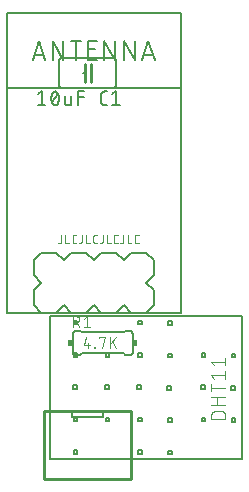
<source format=gbr>
G04 EAGLE Gerber RS-274X export*
G75*
%MOMM*%
%FSLAX34Y34*%
%LPD*%
%INSilkscreen Top*%
%IPPOS*%
%AMOC8*
5,1,8,0,0,1.08239X$1,22.5*%
G01*
%ADD10C,0.076200*%
%ADD11C,0.152400*%
%ADD12R,0.381000X0.508000*%
%ADD13C,0.101600*%
%ADD14C,0.127000*%
%ADD15C,0.254000*%
%ADD16C,0.200000*%


D10*
X66336Y193167D02*
X66336Y187438D01*
X66334Y187360D01*
X66329Y187282D01*
X66319Y187205D01*
X66306Y187128D01*
X66290Y187052D01*
X66270Y186977D01*
X66246Y186903D01*
X66219Y186830D01*
X66188Y186758D01*
X66154Y186688D01*
X66117Y186620D01*
X66076Y186553D01*
X66032Y186488D01*
X65986Y186426D01*
X65936Y186366D01*
X65884Y186308D01*
X65829Y186253D01*
X65771Y186201D01*
X65711Y186151D01*
X65649Y186105D01*
X65584Y186061D01*
X65518Y186020D01*
X65449Y185983D01*
X65379Y185949D01*
X65307Y185918D01*
X65234Y185891D01*
X65160Y185867D01*
X65085Y185847D01*
X65009Y185831D01*
X64932Y185818D01*
X64855Y185808D01*
X64777Y185803D01*
X64699Y185801D01*
X63881Y185801D01*
X70030Y185801D02*
X70030Y193167D01*
X70030Y185801D02*
X73304Y185801D01*
X77724Y185801D02*
X79361Y185801D01*
X77724Y185801D02*
X77646Y185803D01*
X77568Y185808D01*
X77491Y185818D01*
X77414Y185831D01*
X77338Y185847D01*
X77263Y185867D01*
X77189Y185891D01*
X77116Y185918D01*
X77044Y185949D01*
X76974Y185983D01*
X76906Y186020D01*
X76839Y186061D01*
X76774Y186105D01*
X76712Y186151D01*
X76652Y186201D01*
X76594Y186253D01*
X76539Y186308D01*
X76487Y186366D01*
X76437Y186426D01*
X76391Y186488D01*
X76347Y186553D01*
X76306Y186620D01*
X76269Y186688D01*
X76235Y186758D01*
X76204Y186830D01*
X76177Y186903D01*
X76153Y186977D01*
X76133Y187052D01*
X76117Y187128D01*
X76104Y187205D01*
X76094Y187282D01*
X76089Y187360D01*
X76087Y187438D01*
X76088Y187438D02*
X76088Y191530D01*
X76087Y191530D02*
X76089Y191610D01*
X76095Y191690D01*
X76105Y191770D01*
X76118Y191849D01*
X76136Y191928D01*
X76157Y192005D01*
X76183Y192081D01*
X76212Y192156D01*
X76244Y192230D01*
X76280Y192302D01*
X76320Y192372D01*
X76363Y192439D01*
X76409Y192505D01*
X76459Y192568D01*
X76511Y192629D01*
X76566Y192688D01*
X76625Y192743D01*
X76685Y192795D01*
X76749Y192845D01*
X76815Y192891D01*
X76882Y192934D01*
X76952Y192974D01*
X77024Y193010D01*
X77098Y193042D01*
X77172Y193071D01*
X77249Y193097D01*
X77326Y193118D01*
X77405Y193136D01*
X77484Y193149D01*
X77564Y193159D01*
X77644Y193165D01*
X77724Y193167D01*
X79361Y193167D01*
X83893Y193167D02*
X83893Y187438D01*
X83891Y187360D01*
X83886Y187282D01*
X83876Y187205D01*
X83863Y187128D01*
X83847Y187052D01*
X83827Y186977D01*
X83803Y186903D01*
X83776Y186830D01*
X83745Y186758D01*
X83711Y186688D01*
X83674Y186620D01*
X83633Y186553D01*
X83589Y186488D01*
X83543Y186426D01*
X83493Y186366D01*
X83441Y186308D01*
X83386Y186253D01*
X83328Y186201D01*
X83268Y186151D01*
X83206Y186105D01*
X83141Y186061D01*
X83075Y186020D01*
X83006Y185983D01*
X82936Y185949D01*
X82864Y185918D01*
X82791Y185891D01*
X82717Y185867D01*
X82642Y185847D01*
X82566Y185831D01*
X82489Y185818D01*
X82412Y185808D01*
X82334Y185803D01*
X82256Y185801D01*
X81437Y185801D01*
X87587Y185801D02*
X87587Y193167D01*
X87587Y185801D02*
X90860Y185801D01*
X95281Y185801D02*
X96918Y185801D01*
X95281Y185801D02*
X95203Y185803D01*
X95125Y185808D01*
X95048Y185818D01*
X94971Y185831D01*
X94895Y185847D01*
X94820Y185867D01*
X94746Y185891D01*
X94673Y185918D01*
X94601Y185949D01*
X94531Y185983D01*
X94463Y186020D01*
X94396Y186061D01*
X94331Y186105D01*
X94269Y186151D01*
X94209Y186201D01*
X94151Y186253D01*
X94096Y186308D01*
X94044Y186366D01*
X93994Y186426D01*
X93948Y186488D01*
X93904Y186553D01*
X93863Y186620D01*
X93826Y186688D01*
X93792Y186758D01*
X93761Y186830D01*
X93734Y186903D01*
X93710Y186977D01*
X93690Y187052D01*
X93674Y187128D01*
X93661Y187205D01*
X93651Y187282D01*
X93646Y187360D01*
X93644Y187438D01*
X93644Y191530D01*
X93646Y191610D01*
X93652Y191690D01*
X93662Y191770D01*
X93675Y191849D01*
X93693Y191928D01*
X93714Y192005D01*
X93740Y192081D01*
X93769Y192156D01*
X93801Y192230D01*
X93837Y192302D01*
X93877Y192372D01*
X93920Y192439D01*
X93966Y192505D01*
X94016Y192568D01*
X94068Y192629D01*
X94123Y192688D01*
X94182Y192743D01*
X94242Y192795D01*
X94306Y192845D01*
X94372Y192891D01*
X94439Y192934D01*
X94509Y192974D01*
X94581Y193010D01*
X94655Y193042D01*
X94729Y193071D01*
X94806Y193097D01*
X94883Y193118D01*
X94962Y193136D01*
X95041Y193149D01*
X95121Y193159D01*
X95201Y193165D01*
X95281Y193167D01*
X96918Y193167D01*
X101449Y193167D02*
X101449Y187438D01*
X101447Y187360D01*
X101442Y187282D01*
X101432Y187205D01*
X101419Y187128D01*
X101403Y187052D01*
X101383Y186977D01*
X101359Y186903D01*
X101332Y186830D01*
X101301Y186758D01*
X101267Y186688D01*
X101230Y186620D01*
X101189Y186553D01*
X101145Y186488D01*
X101099Y186426D01*
X101049Y186366D01*
X100997Y186308D01*
X100942Y186253D01*
X100884Y186201D01*
X100824Y186151D01*
X100762Y186105D01*
X100697Y186061D01*
X100631Y186020D01*
X100562Y185983D01*
X100492Y185949D01*
X100420Y185918D01*
X100347Y185891D01*
X100273Y185867D01*
X100198Y185847D01*
X100122Y185831D01*
X100045Y185818D01*
X99968Y185808D01*
X99890Y185803D01*
X99812Y185801D01*
X98994Y185801D01*
X105143Y185801D02*
X105143Y193167D01*
X105143Y185801D02*
X108417Y185801D01*
X112837Y185801D02*
X114474Y185801D01*
X112837Y185801D02*
X112759Y185803D01*
X112681Y185808D01*
X112604Y185818D01*
X112527Y185831D01*
X112451Y185847D01*
X112376Y185867D01*
X112302Y185891D01*
X112229Y185918D01*
X112157Y185949D01*
X112087Y185983D01*
X112019Y186020D01*
X111952Y186061D01*
X111887Y186105D01*
X111825Y186151D01*
X111765Y186201D01*
X111707Y186253D01*
X111652Y186308D01*
X111600Y186366D01*
X111550Y186426D01*
X111504Y186488D01*
X111460Y186553D01*
X111419Y186620D01*
X111382Y186688D01*
X111348Y186758D01*
X111317Y186830D01*
X111290Y186903D01*
X111266Y186977D01*
X111246Y187052D01*
X111230Y187128D01*
X111217Y187205D01*
X111207Y187282D01*
X111202Y187360D01*
X111200Y187438D01*
X111200Y191530D01*
X111202Y191610D01*
X111208Y191690D01*
X111218Y191770D01*
X111231Y191849D01*
X111249Y191928D01*
X111270Y192005D01*
X111296Y192081D01*
X111325Y192156D01*
X111357Y192230D01*
X111393Y192302D01*
X111433Y192372D01*
X111476Y192439D01*
X111522Y192505D01*
X111572Y192568D01*
X111624Y192629D01*
X111679Y192688D01*
X111738Y192743D01*
X111798Y192795D01*
X111862Y192845D01*
X111928Y192891D01*
X111995Y192934D01*
X112065Y192974D01*
X112137Y193010D01*
X112211Y193042D01*
X112285Y193071D01*
X112362Y193097D01*
X112439Y193118D01*
X112518Y193136D01*
X112597Y193149D01*
X112677Y193159D01*
X112757Y193165D01*
X112837Y193167D01*
X114474Y193167D01*
X119005Y193167D02*
X119005Y187438D01*
X119006Y187438D02*
X119004Y187360D01*
X118999Y187282D01*
X118989Y187205D01*
X118976Y187128D01*
X118960Y187052D01*
X118940Y186977D01*
X118916Y186903D01*
X118889Y186830D01*
X118858Y186758D01*
X118824Y186688D01*
X118787Y186620D01*
X118746Y186553D01*
X118702Y186488D01*
X118656Y186426D01*
X118606Y186366D01*
X118554Y186308D01*
X118499Y186253D01*
X118441Y186201D01*
X118381Y186151D01*
X118319Y186105D01*
X118254Y186061D01*
X118188Y186020D01*
X118119Y185983D01*
X118049Y185949D01*
X117977Y185918D01*
X117904Y185891D01*
X117830Y185867D01*
X117755Y185847D01*
X117679Y185831D01*
X117602Y185818D01*
X117525Y185808D01*
X117447Y185803D01*
X117369Y185801D01*
X116550Y185801D01*
X122699Y185801D02*
X122699Y193167D01*
X122699Y185801D02*
X125973Y185801D01*
X130394Y185801D02*
X132030Y185801D01*
X130394Y185801D02*
X130316Y185803D01*
X130238Y185808D01*
X130161Y185818D01*
X130084Y185831D01*
X130008Y185847D01*
X129933Y185867D01*
X129859Y185891D01*
X129786Y185918D01*
X129714Y185949D01*
X129644Y185983D01*
X129576Y186020D01*
X129509Y186061D01*
X129444Y186105D01*
X129382Y186151D01*
X129322Y186201D01*
X129264Y186253D01*
X129209Y186308D01*
X129157Y186366D01*
X129107Y186426D01*
X129061Y186488D01*
X129017Y186553D01*
X128976Y186620D01*
X128939Y186688D01*
X128905Y186758D01*
X128874Y186830D01*
X128847Y186903D01*
X128823Y186977D01*
X128803Y187052D01*
X128787Y187128D01*
X128774Y187205D01*
X128764Y187282D01*
X128759Y187360D01*
X128757Y187438D01*
X128757Y191530D01*
X128759Y191610D01*
X128765Y191690D01*
X128775Y191770D01*
X128788Y191849D01*
X128806Y191928D01*
X128827Y192005D01*
X128853Y192081D01*
X128882Y192156D01*
X128914Y192230D01*
X128950Y192302D01*
X128990Y192372D01*
X129033Y192439D01*
X129079Y192505D01*
X129129Y192568D01*
X129181Y192629D01*
X129236Y192688D01*
X129295Y192743D01*
X129355Y192795D01*
X129419Y192845D01*
X129485Y192891D01*
X129552Y192934D01*
X129622Y192974D01*
X129694Y193010D01*
X129768Y193042D01*
X129842Y193071D01*
X129919Y193097D01*
X129996Y193118D01*
X130075Y193136D01*
X130154Y193149D01*
X130234Y193159D01*
X130314Y193165D01*
X130394Y193167D01*
X132030Y193167D01*
D11*
X78740Y111760D02*
X78640Y111758D01*
X78541Y111752D01*
X78441Y111742D01*
X78343Y111729D01*
X78244Y111711D01*
X78147Y111690D01*
X78051Y111665D01*
X77955Y111636D01*
X77861Y111603D01*
X77768Y111567D01*
X77677Y111527D01*
X77587Y111483D01*
X77499Y111436D01*
X77413Y111386D01*
X77329Y111332D01*
X77247Y111275D01*
X77168Y111215D01*
X77090Y111151D01*
X77016Y111085D01*
X76944Y111016D01*
X76875Y110944D01*
X76809Y110870D01*
X76745Y110792D01*
X76685Y110713D01*
X76628Y110631D01*
X76574Y110547D01*
X76524Y110461D01*
X76477Y110373D01*
X76433Y110283D01*
X76393Y110192D01*
X76357Y110099D01*
X76324Y110005D01*
X76295Y109909D01*
X76270Y109813D01*
X76249Y109716D01*
X76231Y109617D01*
X76218Y109519D01*
X76208Y109419D01*
X76202Y109320D01*
X76200Y109220D01*
X76200Y93980D02*
X76202Y93880D01*
X76208Y93781D01*
X76218Y93681D01*
X76231Y93583D01*
X76249Y93484D01*
X76270Y93387D01*
X76295Y93291D01*
X76324Y93195D01*
X76357Y93101D01*
X76393Y93008D01*
X76433Y92917D01*
X76477Y92827D01*
X76524Y92739D01*
X76574Y92653D01*
X76628Y92569D01*
X76685Y92487D01*
X76745Y92408D01*
X76809Y92330D01*
X76875Y92256D01*
X76944Y92184D01*
X77016Y92115D01*
X77090Y92049D01*
X77168Y91985D01*
X77247Y91925D01*
X77329Y91868D01*
X77413Y91814D01*
X77499Y91764D01*
X77587Y91717D01*
X77677Y91673D01*
X77768Y91633D01*
X77861Y91597D01*
X77955Y91564D01*
X78051Y91535D01*
X78147Y91510D01*
X78244Y91489D01*
X78343Y91471D01*
X78441Y91458D01*
X78541Y91448D01*
X78640Y91442D01*
X78740Y91440D01*
X124460Y91440D02*
X124560Y91442D01*
X124659Y91448D01*
X124759Y91458D01*
X124857Y91471D01*
X124956Y91489D01*
X125053Y91510D01*
X125149Y91535D01*
X125245Y91564D01*
X125339Y91597D01*
X125432Y91633D01*
X125523Y91673D01*
X125613Y91717D01*
X125701Y91764D01*
X125787Y91814D01*
X125871Y91868D01*
X125953Y91925D01*
X126032Y91985D01*
X126110Y92049D01*
X126184Y92115D01*
X126256Y92184D01*
X126325Y92256D01*
X126391Y92330D01*
X126455Y92408D01*
X126515Y92487D01*
X126572Y92569D01*
X126626Y92653D01*
X126676Y92739D01*
X126723Y92827D01*
X126767Y92917D01*
X126807Y93008D01*
X126843Y93101D01*
X126876Y93195D01*
X126905Y93291D01*
X126930Y93387D01*
X126951Y93484D01*
X126969Y93583D01*
X126982Y93681D01*
X126992Y93781D01*
X126998Y93880D01*
X127000Y93980D01*
X127000Y109220D02*
X126998Y109320D01*
X126992Y109419D01*
X126982Y109519D01*
X126969Y109617D01*
X126951Y109716D01*
X126930Y109813D01*
X126905Y109909D01*
X126876Y110005D01*
X126843Y110099D01*
X126807Y110192D01*
X126767Y110283D01*
X126723Y110373D01*
X126676Y110461D01*
X126626Y110547D01*
X126572Y110631D01*
X126515Y110713D01*
X126455Y110792D01*
X126391Y110870D01*
X126325Y110944D01*
X126256Y111016D01*
X126184Y111085D01*
X126110Y111151D01*
X126032Y111215D01*
X125953Y111275D01*
X125871Y111332D01*
X125787Y111386D01*
X125701Y111436D01*
X125613Y111483D01*
X125523Y111527D01*
X125432Y111567D01*
X125339Y111603D01*
X125245Y111636D01*
X125149Y111665D01*
X125053Y111690D01*
X124956Y111711D01*
X124857Y111729D01*
X124759Y111742D01*
X124659Y111752D01*
X124560Y111758D01*
X124460Y111760D01*
X76200Y109220D02*
X76200Y93980D01*
X78740Y111760D02*
X82550Y111760D01*
X83820Y110490D01*
X82550Y91440D02*
X78740Y91440D01*
X82550Y91440D02*
X83820Y92710D01*
X119380Y110490D02*
X120650Y111760D01*
X119380Y110490D02*
X83820Y110490D01*
X119380Y92710D02*
X120650Y91440D01*
X119380Y92710D02*
X83820Y92710D01*
X120650Y111760D02*
X124460Y111760D01*
X124460Y91440D02*
X120650Y91440D01*
X127000Y93980D02*
X127000Y109220D01*
D12*
X128905Y101600D03*
X74295Y101600D03*
D13*
X76708Y115062D02*
X76708Y123952D01*
X79177Y123952D01*
X79275Y123950D01*
X79373Y123944D01*
X79471Y123934D01*
X79568Y123921D01*
X79665Y123903D01*
X79761Y123882D01*
X79855Y123857D01*
X79949Y123828D01*
X80042Y123796D01*
X80133Y123759D01*
X80223Y123720D01*
X80311Y123676D01*
X80397Y123629D01*
X80482Y123579D01*
X80564Y123526D01*
X80644Y123469D01*
X80722Y123409D01*
X80797Y123346D01*
X80870Y123280D01*
X80940Y123211D01*
X81007Y123140D01*
X81072Y123066D01*
X81133Y122989D01*
X81192Y122910D01*
X81247Y122829D01*
X81299Y122746D01*
X81347Y122660D01*
X81392Y122573D01*
X81434Y122484D01*
X81472Y122394D01*
X81506Y122302D01*
X81537Y122209D01*
X81564Y122114D01*
X81587Y122019D01*
X81607Y121922D01*
X81622Y121826D01*
X81634Y121728D01*
X81642Y121630D01*
X81646Y121532D01*
X81646Y121434D01*
X81642Y121336D01*
X81634Y121238D01*
X81622Y121140D01*
X81607Y121044D01*
X81587Y120947D01*
X81564Y120852D01*
X81537Y120757D01*
X81506Y120664D01*
X81472Y120572D01*
X81434Y120482D01*
X81392Y120393D01*
X81347Y120306D01*
X81299Y120220D01*
X81247Y120137D01*
X81192Y120056D01*
X81133Y119977D01*
X81072Y119900D01*
X81007Y119826D01*
X80940Y119755D01*
X80870Y119686D01*
X80797Y119620D01*
X80722Y119557D01*
X80644Y119497D01*
X80564Y119440D01*
X80482Y119387D01*
X80397Y119337D01*
X80311Y119290D01*
X80223Y119246D01*
X80133Y119207D01*
X80042Y119170D01*
X79949Y119138D01*
X79855Y119109D01*
X79761Y119084D01*
X79665Y119063D01*
X79568Y119045D01*
X79471Y119032D01*
X79373Y119022D01*
X79275Y119016D01*
X79177Y119014D01*
X79177Y119013D02*
X76708Y119013D01*
X79671Y119013D02*
X81647Y115062D01*
X85558Y121976D02*
X88027Y123952D01*
X88027Y115062D01*
X85558Y115062D02*
X90497Y115062D01*
X87828Y106172D02*
X85852Y99258D01*
X90791Y99258D01*
X89309Y101233D02*
X89309Y97282D01*
X94315Y97282D02*
X94315Y97776D01*
X94809Y97776D01*
X94809Y97282D01*
X94315Y97282D01*
X98334Y105184D02*
X98334Y106172D01*
X103272Y106172D01*
X100803Y97282D01*
X107697Y97282D02*
X107697Y106172D01*
X112636Y106172D02*
X107697Y100739D01*
X109672Y102715D02*
X112636Y97282D01*
D14*
X20320Y127000D02*
X20320Y317500D01*
X20320Y381000D01*
X167640Y381000D01*
X167640Y317500D01*
X167640Y127000D01*
X138430Y127000D01*
X125730Y127000D01*
X113030Y127000D01*
X100330Y127000D01*
X87630Y127000D01*
X74930Y127000D01*
X62230Y127000D01*
X49530Y127000D01*
X20320Y127000D01*
X20320Y317500D02*
X167640Y317500D01*
D11*
X47607Y357378D02*
X42189Y341122D01*
X53026Y341122D02*
X47607Y357378D01*
X51671Y345186D02*
X43543Y345186D01*
X59244Y341122D02*
X59244Y357378D01*
X68275Y341122D01*
X68275Y357378D01*
X78870Y357378D02*
X78870Y341122D01*
X74354Y357378D02*
X83385Y357378D01*
X89494Y341122D02*
X96719Y341122D01*
X89494Y341122D02*
X89494Y357378D01*
X96719Y357378D01*
X94913Y350153D02*
X89494Y350153D01*
X103012Y357378D02*
X103012Y341122D01*
X112043Y341122D02*
X103012Y357378D01*
X112043Y357378D02*
X112043Y341122D01*
X119685Y341122D02*
X119685Y357378D01*
X128716Y341122D01*
X128716Y357378D01*
X140353Y357378D02*
X134934Y341122D01*
X145771Y341122D02*
X140353Y357378D01*
X144417Y345186D02*
X136289Y345186D01*
D14*
X43180Y133350D02*
X49530Y127000D01*
X43180Y133350D02*
X43180Y146050D01*
X49530Y152400D01*
X43180Y158750D01*
X43180Y171450D01*
X49530Y177800D01*
X62230Y177800D01*
X68580Y171450D01*
X74930Y177800D01*
X87630Y177800D01*
X93980Y171450D01*
X100330Y177800D01*
X113030Y177800D01*
X119380Y171450D01*
X125730Y177800D01*
X138430Y177800D01*
X144780Y171450D01*
X144780Y158750D01*
X138430Y152400D01*
X144780Y146050D01*
X144780Y133350D01*
X138430Y127000D01*
X125730Y127000D02*
X119380Y133350D01*
X113030Y127000D01*
X100330Y127000D02*
X93980Y133350D01*
X87630Y127000D01*
X74930Y127000D02*
X68580Y133350D01*
X62230Y127000D01*
X219964Y124460D02*
X219964Y3048D01*
X57404Y3048D01*
X57404Y124460D01*
X219964Y124460D01*
X159512Y65024D02*
X159512Y61976D01*
X156464Y61976D01*
X156464Y65024D01*
X159512Y65024D01*
X160020Y116840D02*
X160020Y119888D01*
X160020Y116840D02*
X156972Y116840D01*
X156972Y119888D01*
X160020Y119888D01*
X160020Y10160D02*
X160020Y7112D01*
X156972Y7112D01*
X156972Y10160D01*
X160020Y10160D01*
X160020Y89408D02*
X160020Y92456D01*
X160020Y89408D02*
X156972Y89408D01*
X156972Y92456D01*
X160020Y92456D01*
X160020Y37592D02*
X160020Y34544D01*
X156972Y34544D01*
X156972Y37592D01*
X160020Y37592D01*
X134112Y62484D02*
X134112Y65532D01*
X134112Y62484D02*
X131064Y62484D01*
X131064Y65532D01*
X134112Y65532D01*
X134620Y117348D02*
X134620Y120396D01*
X134620Y117348D02*
X131572Y117348D01*
X131572Y120396D01*
X134620Y120396D01*
X134620Y10668D02*
X134620Y7620D01*
X131572Y7620D01*
X131572Y10668D01*
X134620Y10668D01*
X134620Y89916D02*
X134620Y92964D01*
X134620Y89916D02*
X131572Y89916D01*
X131572Y92964D01*
X134620Y92964D01*
X134620Y38100D02*
X134620Y35052D01*
X131572Y35052D01*
X131572Y38100D01*
X134620Y38100D01*
X213360Y61976D02*
X213360Y65024D01*
X213360Y61976D02*
X210312Y61976D01*
X210312Y65024D01*
X213360Y65024D01*
X213868Y89408D02*
X213868Y92456D01*
X213868Y89408D02*
X210820Y89408D01*
X210820Y92456D01*
X213868Y92456D01*
X213868Y37592D02*
X213868Y34544D01*
X210820Y34544D01*
X210820Y37592D01*
X213868Y37592D01*
X187960Y62484D02*
X187960Y65532D01*
X187960Y62484D02*
X184912Y62484D01*
X184912Y65532D01*
X187960Y65532D01*
X188468Y89916D02*
X188468Y92964D01*
X188468Y89916D02*
X185420Y89916D01*
X185420Y92964D01*
X188468Y92964D01*
X188468Y38100D02*
X188468Y35052D01*
X185420Y35052D01*
X185420Y38100D01*
X188468Y38100D01*
X106680Y62484D02*
X106680Y65532D01*
X106680Y62484D02*
X103632Y62484D01*
X103632Y65532D01*
X106680Y65532D01*
X107188Y89916D02*
X107188Y92964D01*
X107188Y89916D02*
X104140Y89916D01*
X104140Y92964D01*
X107188Y92964D01*
X107188Y38100D02*
X107188Y35052D01*
X104140Y35052D01*
X104140Y38100D01*
X107188Y38100D01*
X79756Y62484D02*
X79756Y65532D01*
X79756Y62484D02*
X76708Y62484D01*
X76708Y65532D01*
X79756Y65532D01*
X80264Y117348D02*
X80264Y120396D01*
X80264Y117348D02*
X77216Y117348D01*
X77216Y120396D01*
X80264Y120396D01*
X80264Y10668D02*
X80264Y7620D01*
X77216Y7620D01*
X77216Y10668D01*
X80264Y10668D01*
X80264Y89916D02*
X80264Y92964D01*
X80264Y89916D02*
X77216Y89916D01*
X77216Y92964D01*
X80264Y92964D01*
X80264Y38100D02*
X80264Y35052D01*
X77216Y35052D01*
X77216Y38100D01*
X80264Y38100D01*
D13*
X193548Y37070D02*
X205232Y37070D01*
X193548Y37070D02*
X193548Y40316D01*
X193550Y40429D01*
X193556Y40542D01*
X193566Y40655D01*
X193580Y40768D01*
X193597Y40880D01*
X193619Y40991D01*
X193644Y41101D01*
X193674Y41211D01*
X193707Y41319D01*
X193744Y41426D01*
X193784Y41532D01*
X193829Y41636D01*
X193877Y41739D01*
X193928Y41840D01*
X193983Y41939D01*
X194041Y42036D01*
X194103Y42131D01*
X194168Y42224D01*
X194236Y42314D01*
X194307Y42402D01*
X194382Y42488D01*
X194459Y42571D01*
X194539Y42651D01*
X194622Y42728D01*
X194708Y42803D01*
X194796Y42874D01*
X194886Y42942D01*
X194979Y43007D01*
X195074Y43069D01*
X195171Y43127D01*
X195270Y43182D01*
X195371Y43233D01*
X195474Y43281D01*
X195578Y43326D01*
X195684Y43366D01*
X195791Y43403D01*
X195899Y43436D01*
X196009Y43466D01*
X196119Y43491D01*
X196230Y43513D01*
X196342Y43530D01*
X196455Y43544D01*
X196568Y43554D01*
X196681Y43560D01*
X196794Y43562D01*
X196794Y43561D02*
X201986Y43561D01*
X201986Y43562D02*
X202099Y43560D01*
X202212Y43554D01*
X202325Y43544D01*
X202438Y43530D01*
X202550Y43513D01*
X202661Y43491D01*
X202771Y43466D01*
X202881Y43436D01*
X202989Y43403D01*
X203096Y43366D01*
X203202Y43326D01*
X203306Y43281D01*
X203409Y43233D01*
X203510Y43182D01*
X203609Y43127D01*
X203706Y43069D01*
X203801Y43007D01*
X203894Y42942D01*
X203984Y42874D01*
X204072Y42803D01*
X204158Y42728D01*
X204241Y42651D01*
X204321Y42571D01*
X204398Y42488D01*
X204473Y42402D01*
X204544Y42314D01*
X204612Y42224D01*
X204677Y42131D01*
X204739Y42036D01*
X204797Y41939D01*
X204852Y41840D01*
X204903Y41739D01*
X204951Y41636D01*
X204996Y41532D01*
X205036Y41426D01*
X205073Y41319D01*
X205106Y41211D01*
X205136Y41101D01*
X205161Y40991D01*
X205183Y40880D01*
X205200Y40768D01*
X205214Y40655D01*
X205224Y40542D01*
X205230Y40429D01*
X205232Y40316D01*
X205232Y37070D01*
X205232Y49262D02*
X193548Y49262D01*
X198741Y49262D02*
X198741Y55753D01*
X193548Y55753D02*
X205232Y55753D01*
X205232Y63557D02*
X193548Y63557D01*
X193548Y66802D02*
X193548Y60311D01*
X196144Y70979D02*
X193548Y74224D01*
X205232Y74224D01*
X205232Y70979D02*
X205232Y77470D01*
X196144Y82409D02*
X193548Y85654D01*
X205232Y85654D01*
X205232Y82409D02*
X205232Y88900D01*
D11*
X110490Y317500D02*
X67310Y317500D01*
X67310Y342900D02*
X110490Y342900D01*
X64770Y340360D02*
X64770Y320040D01*
X113030Y320040D02*
X113030Y340360D01*
X67310Y317500D02*
X67210Y317502D01*
X67111Y317508D01*
X67011Y317518D01*
X66913Y317531D01*
X66814Y317549D01*
X66717Y317570D01*
X66621Y317595D01*
X66525Y317624D01*
X66431Y317657D01*
X66338Y317693D01*
X66247Y317733D01*
X66157Y317777D01*
X66069Y317824D01*
X65983Y317874D01*
X65899Y317928D01*
X65817Y317985D01*
X65738Y318045D01*
X65660Y318109D01*
X65586Y318175D01*
X65514Y318244D01*
X65445Y318316D01*
X65379Y318390D01*
X65315Y318468D01*
X65255Y318547D01*
X65198Y318629D01*
X65144Y318713D01*
X65094Y318799D01*
X65047Y318887D01*
X65003Y318977D01*
X64963Y319068D01*
X64927Y319161D01*
X64894Y319255D01*
X64865Y319351D01*
X64840Y319447D01*
X64819Y319544D01*
X64801Y319643D01*
X64788Y319741D01*
X64778Y319841D01*
X64772Y319940D01*
X64770Y320040D01*
X110490Y317500D02*
X110590Y317502D01*
X110689Y317508D01*
X110789Y317518D01*
X110887Y317531D01*
X110986Y317549D01*
X111083Y317570D01*
X111179Y317595D01*
X111275Y317624D01*
X111369Y317657D01*
X111462Y317693D01*
X111553Y317733D01*
X111643Y317777D01*
X111731Y317824D01*
X111817Y317874D01*
X111901Y317928D01*
X111983Y317985D01*
X112062Y318045D01*
X112140Y318109D01*
X112214Y318175D01*
X112286Y318244D01*
X112355Y318316D01*
X112421Y318390D01*
X112485Y318468D01*
X112545Y318547D01*
X112602Y318629D01*
X112656Y318713D01*
X112706Y318799D01*
X112753Y318887D01*
X112797Y318977D01*
X112837Y319068D01*
X112873Y319161D01*
X112906Y319255D01*
X112935Y319351D01*
X112960Y319447D01*
X112981Y319544D01*
X112999Y319643D01*
X113012Y319741D01*
X113022Y319841D01*
X113028Y319940D01*
X113030Y320040D01*
X67310Y342900D02*
X67210Y342898D01*
X67111Y342892D01*
X67011Y342882D01*
X66913Y342869D01*
X66814Y342851D01*
X66717Y342830D01*
X66621Y342805D01*
X66525Y342776D01*
X66431Y342743D01*
X66338Y342707D01*
X66247Y342667D01*
X66157Y342623D01*
X66069Y342576D01*
X65983Y342526D01*
X65899Y342472D01*
X65817Y342415D01*
X65738Y342355D01*
X65660Y342291D01*
X65586Y342225D01*
X65514Y342156D01*
X65445Y342084D01*
X65379Y342010D01*
X65315Y341932D01*
X65255Y341853D01*
X65198Y341771D01*
X65144Y341687D01*
X65094Y341601D01*
X65047Y341513D01*
X65003Y341423D01*
X64963Y341332D01*
X64927Y341239D01*
X64894Y341145D01*
X64865Y341049D01*
X64840Y340953D01*
X64819Y340856D01*
X64801Y340757D01*
X64788Y340659D01*
X64778Y340559D01*
X64772Y340460D01*
X64770Y340360D01*
X110490Y342900D02*
X110590Y342898D01*
X110689Y342892D01*
X110789Y342882D01*
X110887Y342869D01*
X110986Y342851D01*
X111083Y342830D01*
X111179Y342805D01*
X111275Y342776D01*
X111369Y342743D01*
X111462Y342707D01*
X111553Y342667D01*
X111643Y342623D01*
X111731Y342576D01*
X111817Y342526D01*
X111901Y342472D01*
X111983Y342415D01*
X112062Y342355D01*
X112140Y342291D01*
X112214Y342225D01*
X112286Y342156D01*
X112355Y342084D01*
X112421Y342010D01*
X112485Y341932D01*
X112545Y341853D01*
X112602Y341771D01*
X112656Y341687D01*
X112706Y341601D01*
X112753Y341513D01*
X112797Y341423D01*
X112837Y341332D01*
X112873Y341239D01*
X112906Y341145D01*
X112935Y341049D01*
X112960Y340953D01*
X112981Y340856D01*
X112999Y340757D01*
X113012Y340659D01*
X113022Y340559D01*
X113028Y340460D01*
X113030Y340360D01*
X86360Y330200D02*
X85090Y330200D01*
D15*
X86360Y330200D02*
X86360Y322580D01*
X86360Y330200D02*
X86360Y337820D01*
X91440Y330200D02*
X91440Y322580D01*
X91440Y330200D02*
X91440Y337820D01*
D11*
X91440Y330200D02*
X92710Y330200D01*
D14*
X102833Y302895D02*
X105373Y302895D01*
X102833Y302895D02*
X102733Y302897D01*
X102634Y302903D01*
X102534Y302913D01*
X102436Y302926D01*
X102337Y302944D01*
X102240Y302965D01*
X102144Y302990D01*
X102048Y303019D01*
X101954Y303052D01*
X101861Y303088D01*
X101770Y303128D01*
X101680Y303172D01*
X101592Y303219D01*
X101506Y303269D01*
X101422Y303323D01*
X101340Y303380D01*
X101261Y303440D01*
X101183Y303504D01*
X101109Y303570D01*
X101037Y303639D01*
X100968Y303711D01*
X100902Y303785D01*
X100838Y303863D01*
X100778Y303942D01*
X100721Y304024D01*
X100667Y304108D01*
X100617Y304194D01*
X100570Y304282D01*
X100526Y304372D01*
X100486Y304463D01*
X100450Y304556D01*
X100417Y304650D01*
X100388Y304746D01*
X100363Y304842D01*
X100342Y304939D01*
X100324Y305038D01*
X100311Y305136D01*
X100301Y305236D01*
X100295Y305335D01*
X100293Y305435D01*
X100293Y311785D01*
X100295Y311885D01*
X100301Y311984D01*
X100311Y312084D01*
X100324Y312182D01*
X100342Y312281D01*
X100363Y312378D01*
X100388Y312474D01*
X100417Y312570D01*
X100450Y312664D01*
X100486Y312757D01*
X100526Y312848D01*
X100570Y312938D01*
X100617Y313026D01*
X100667Y313112D01*
X100721Y313196D01*
X100778Y313278D01*
X100838Y313357D01*
X100902Y313435D01*
X100968Y313509D01*
X101037Y313581D01*
X101109Y313650D01*
X101183Y313716D01*
X101261Y313780D01*
X101340Y313840D01*
X101422Y313897D01*
X101506Y313951D01*
X101592Y314001D01*
X101680Y314048D01*
X101770Y314092D01*
X101861Y314132D01*
X101954Y314168D01*
X102048Y314201D01*
X102144Y314230D01*
X102240Y314255D01*
X102337Y314276D01*
X102436Y314294D01*
X102534Y314307D01*
X102634Y314317D01*
X102733Y314323D01*
X102833Y314325D01*
X105373Y314325D01*
X109855Y311785D02*
X113030Y314325D01*
X113030Y302895D01*
X109855Y302895D02*
X116205Y302895D01*
X49886Y314325D02*
X46711Y311785D01*
X49886Y314325D02*
X49886Y302895D01*
X46711Y302895D02*
X53061Y302895D01*
X58141Y308610D02*
X58144Y308835D01*
X58152Y309060D01*
X58165Y309284D01*
X58184Y309508D01*
X58208Y309732D01*
X58237Y309955D01*
X58272Y310177D01*
X58312Y310398D01*
X58358Y310618D01*
X58408Y310837D01*
X58464Y311055D01*
X58525Y311272D01*
X58591Y311487D01*
X58662Y311700D01*
X58739Y311911D01*
X58820Y312121D01*
X58906Y312329D01*
X58997Y312534D01*
X59093Y312737D01*
X59093Y312738D02*
X59125Y312826D01*
X59161Y312913D01*
X59200Y312999D01*
X59243Y313083D01*
X59289Y313165D01*
X59338Y313245D01*
X59390Y313323D01*
X59446Y313399D01*
X59504Y313473D01*
X59566Y313544D01*
X59630Y313613D01*
X59697Y313679D01*
X59766Y313742D01*
X59838Y313803D01*
X59912Y313861D01*
X59989Y313915D01*
X60067Y313967D01*
X60148Y314015D01*
X60230Y314060D01*
X60315Y314102D01*
X60401Y314140D01*
X60488Y314175D01*
X60576Y314207D01*
X60666Y314234D01*
X60757Y314259D01*
X60849Y314279D01*
X60941Y314296D01*
X61035Y314309D01*
X61128Y314318D01*
X61222Y314324D01*
X61316Y314326D01*
X61410Y314324D01*
X61504Y314318D01*
X61597Y314309D01*
X61691Y314296D01*
X61783Y314279D01*
X61875Y314259D01*
X61966Y314234D01*
X62056Y314207D01*
X62144Y314175D01*
X62231Y314140D01*
X62317Y314102D01*
X62402Y314060D01*
X62484Y314015D01*
X62565Y313967D01*
X62643Y313915D01*
X62720Y313861D01*
X62794Y313803D01*
X62866Y313742D01*
X62935Y313679D01*
X63002Y313613D01*
X63066Y313544D01*
X63128Y313473D01*
X63186Y313399D01*
X63242Y313323D01*
X63294Y313245D01*
X63343Y313165D01*
X63389Y313083D01*
X63432Y312999D01*
X63471Y312913D01*
X63507Y312826D01*
X63539Y312738D01*
X63538Y312737D02*
X63634Y312534D01*
X63725Y312329D01*
X63811Y312121D01*
X63892Y311911D01*
X63969Y311700D01*
X64040Y311487D01*
X64106Y311272D01*
X64167Y311055D01*
X64223Y310837D01*
X64273Y310618D01*
X64319Y310398D01*
X64359Y310177D01*
X64394Y309955D01*
X64423Y309732D01*
X64447Y309508D01*
X64466Y309284D01*
X64479Y309060D01*
X64487Y308835D01*
X64490Y308610D01*
X58141Y308610D02*
X58144Y308385D01*
X58152Y308160D01*
X58165Y307936D01*
X58184Y307712D01*
X58208Y307488D01*
X58237Y307265D01*
X58272Y307043D01*
X58312Y306822D01*
X58358Y306602D01*
X58408Y306383D01*
X58464Y306165D01*
X58525Y305948D01*
X58591Y305733D01*
X58662Y305520D01*
X58739Y305309D01*
X58820Y305099D01*
X58906Y304891D01*
X58997Y304686D01*
X59093Y304483D01*
X59125Y304395D01*
X59161Y304308D01*
X59200Y304222D01*
X59243Y304138D01*
X59289Y304056D01*
X59338Y303976D01*
X59390Y303898D01*
X59446Y303822D01*
X59504Y303748D01*
X59566Y303677D01*
X59630Y303608D01*
X59697Y303542D01*
X59766Y303479D01*
X59838Y303418D01*
X59912Y303360D01*
X59989Y303306D01*
X60067Y303254D01*
X60148Y303206D01*
X60230Y303161D01*
X60315Y303119D01*
X60401Y303081D01*
X60488Y303046D01*
X60576Y303014D01*
X60666Y302987D01*
X60757Y302962D01*
X60849Y302942D01*
X60941Y302925D01*
X61035Y302912D01*
X61128Y302903D01*
X61222Y302897D01*
X61316Y302895D01*
X63538Y304483D02*
X63634Y304686D01*
X63725Y304891D01*
X63811Y305099D01*
X63892Y305309D01*
X63969Y305520D01*
X64040Y305733D01*
X64106Y305948D01*
X64167Y306165D01*
X64223Y306383D01*
X64273Y306602D01*
X64319Y306822D01*
X64359Y307043D01*
X64394Y307265D01*
X64423Y307488D01*
X64447Y307712D01*
X64466Y307936D01*
X64479Y308160D01*
X64487Y308385D01*
X64490Y308610D01*
X63539Y304483D02*
X63507Y304395D01*
X63471Y304308D01*
X63432Y304222D01*
X63389Y304138D01*
X63343Y304056D01*
X63294Y303976D01*
X63242Y303898D01*
X63186Y303822D01*
X63128Y303748D01*
X63066Y303677D01*
X63002Y303608D01*
X62935Y303542D01*
X62866Y303479D01*
X62794Y303418D01*
X62720Y303360D01*
X62643Y303306D01*
X62565Y303254D01*
X62484Y303206D01*
X62402Y303161D01*
X62317Y303119D01*
X62231Y303081D01*
X62144Y303046D01*
X62056Y303014D01*
X61966Y302987D01*
X61875Y302962D01*
X61783Y302942D01*
X61691Y302925D01*
X61597Y302912D01*
X61504Y302903D01*
X61410Y302897D01*
X61316Y302895D01*
X58776Y305435D02*
X63856Y311785D01*
X69825Y310515D02*
X69825Y304800D01*
X69827Y304715D01*
X69833Y304629D01*
X69842Y304544D01*
X69856Y304460D01*
X69873Y304376D01*
X69894Y304293D01*
X69918Y304211D01*
X69946Y304131D01*
X69978Y304051D01*
X70014Y303973D01*
X70052Y303897D01*
X70095Y303823D01*
X70140Y303751D01*
X70189Y303680D01*
X70241Y303612D01*
X70295Y303547D01*
X70353Y303484D01*
X70414Y303423D01*
X70477Y303365D01*
X70542Y303311D01*
X70610Y303259D01*
X70681Y303210D01*
X70753Y303165D01*
X70827Y303122D01*
X70903Y303084D01*
X70981Y303048D01*
X71061Y303016D01*
X71141Y302988D01*
X71223Y302964D01*
X71306Y302943D01*
X71390Y302926D01*
X71474Y302912D01*
X71559Y302903D01*
X71645Y302897D01*
X71730Y302895D01*
X74905Y302895D01*
X74905Y310515D01*
X80645Y314325D02*
X80645Y302895D01*
X80645Y314325D02*
X85725Y314325D01*
X85725Y309245D02*
X80645Y309245D01*
D15*
X51900Y43895D02*
X51900Y-13605D01*
X125900Y-13605D01*
X125900Y43895D01*
X51900Y43895D01*
D16*
X101900Y43320D02*
X101900Y38320D01*
X75900Y38320D02*
X75900Y43320D01*
X75900Y38320D02*
X101900Y38320D01*
M02*

</source>
